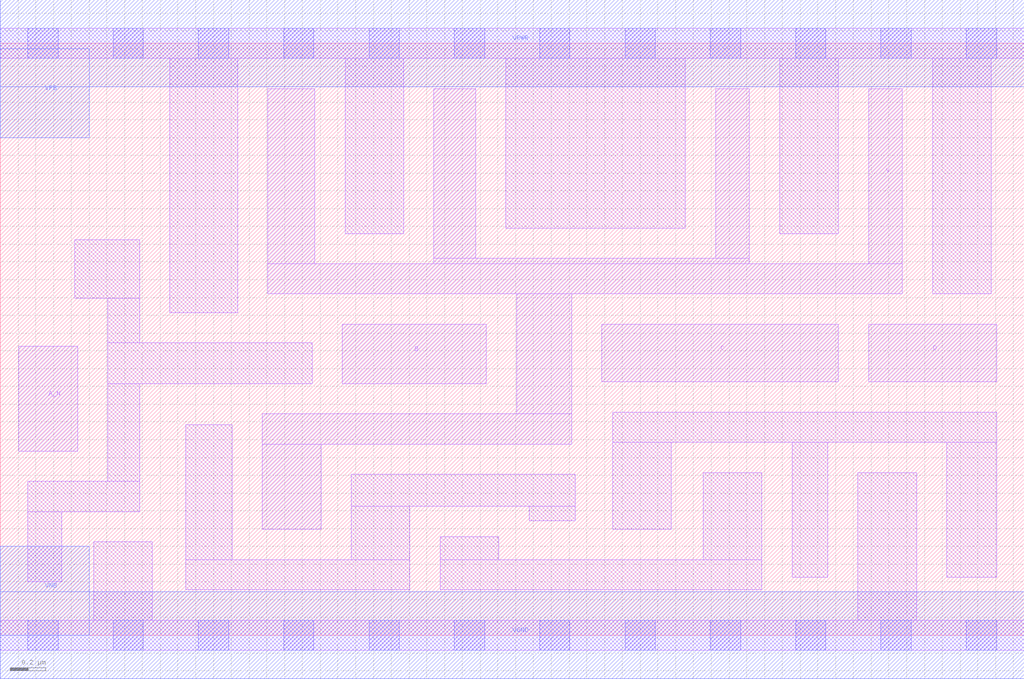
<source format=lef>
# Copyright 2020 The SkyWater PDK Authors
#
# Licensed under the Apache License, Version 2.0 (the "License");
# you may not use this file except in compliance with the License.
# You may obtain a copy of the License at
#
#     https://www.apache.org/licenses/LICENSE-2.0
#
# Unless required by applicable law or agreed to in writing, software
# distributed under the License is distributed on an "AS IS" BASIS,
# WITHOUT WARRANTIES OR CONDITIONS OF ANY KIND, either express or implied.
# See the License for the specific language governing permissions and
# limitations under the License.
#
# SPDX-License-Identifier: Apache-2.0

VERSION 5.5 ;
NAMESCASESENSITIVE ON ;
BUSBITCHARS "[]" ;
DIVIDERCHAR "/" ;
MACRO sky130_fd_sc_lp__nand4b_2
  CLASS CORE ;
  SOURCE USER ;
  ORIGIN  0.000000  0.000000 ;
  SIZE  5.760000 BY  3.330000 ;
  SYMMETRY X Y R90 ;
  SITE unit ;
  PIN A_N
    ANTENNAGATEAREA  0.126000 ;
    DIRECTION INPUT ;
    USE SIGNAL ;
    PORT
      LAYER li1 ;
        RECT 0.105000 1.035000 0.435000 1.625000 ;
    END
  END A_N
  PIN B
    ANTENNAGATEAREA  0.630000 ;
    DIRECTION INPUT ;
    USE SIGNAL ;
    PORT
      LAYER li1 ;
        RECT 1.925000 1.415000 2.735000 1.750000 ;
    END
  END B
  PIN C
    ANTENNAGATEAREA  0.630000 ;
    DIRECTION INPUT ;
    USE SIGNAL ;
    PORT
      LAYER li1 ;
        RECT 3.385000 1.425000 4.715000 1.750000 ;
    END
  END C
  PIN D
    ANTENNAGATEAREA  0.630000 ;
    DIRECTION INPUT ;
    USE SIGNAL ;
    PORT
      LAYER li1 ;
        RECT 4.885000 1.425000 5.605000 1.750000 ;
    END
  END D
  PIN Y
    ANTENNADIFFAREA  1.659000 ;
    DIRECTION OUTPUT ;
    USE SIGNAL ;
    PORT
      LAYER li1 ;
        RECT 1.475000 0.595000 1.805000 1.075000 ;
        RECT 1.475000 1.075000 3.215000 1.245000 ;
        RECT 1.505000 1.920000 5.075000 2.090000 ;
        RECT 1.505000 2.090000 1.770000 3.075000 ;
        RECT 2.440000 2.090000 4.215000 2.120000 ;
        RECT 2.440000 2.120000 2.675000 3.075000 ;
        RECT 2.905000 1.245000 3.215000 1.920000 ;
        RECT 4.025000 2.120000 4.215000 3.075000 ;
        RECT 4.885000 2.090000 5.075000 3.075000 ;
    END
  END Y
  PIN VGND
    DIRECTION INOUT ;
    USE GROUND ;
    PORT
      LAYER met1 ;
        RECT 0.000000 -0.245000 5.760000 0.245000 ;
    END
  END VGND
  PIN VNB
    DIRECTION INOUT ;
    USE GROUND ;
    PORT
      LAYER met1 ;
        RECT 0.000000 0.000000 0.500000 0.500000 ;
    END
  END VNB
  PIN VPB
    DIRECTION INOUT ;
    USE POWER ;
    PORT
      LAYER met1 ;
        RECT 0.000000 2.800000 0.500000 3.300000 ;
    END
  END VPB
  PIN VPWR
    DIRECTION INOUT ;
    USE POWER ;
    PORT
      LAYER met1 ;
        RECT 0.000000 3.085000 5.760000 3.575000 ;
    END
  END VPWR
  OBS
    LAYER li1 ;
      RECT 0.000000 -0.085000 5.760000 0.085000 ;
      RECT 0.000000  3.245000 5.760000 3.415000 ;
      RECT 0.155000  0.300000 0.345000 0.695000 ;
      RECT 0.155000  0.695000 0.785000 0.865000 ;
      RECT 0.420000  1.895000 0.785000 2.225000 ;
      RECT 0.525000  0.085000 0.855000 0.525000 ;
      RECT 0.605000  0.865000 0.785000 1.415000 ;
      RECT 0.605000  1.415000 1.755000 1.645000 ;
      RECT 0.605000  1.645000 0.785000 1.895000 ;
      RECT 0.955000  1.815000 1.335000 3.245000 ;
      RECT 1.045000  0.255000 2.305000 0.425000 ;
      RECT 1.045000  0.425000 1.305000 1.185000 ;
      RECT 1.940000  2.260000 2.270000 3.245000 ;
      RECT 1.975000  0.425000 2.305000 0.725000 ;
      RECT 1.975000  0.725000 3.235000 0.905000 ;
      RECT 2.475000  0.255000 4.285000 0.425000 ;
      RECT 2.475000  0.425000 2.805000 0.555000 ;
      RECT 2.845000  2.290000 3.855000 3.245000 ;
      RECT 2.975000  0.645000 3.235000 0.725000 ;
      RECT 3.445000  0.595000 3.775000 1.085000 ;
      RECT 3.445000  1.085000 5.605000 1.255000 ;
      RECT 3.955000  0.425000 4.285000 0.915000 ;
      RECT 4.385000  2.260000 4.715000 3.245000 ;
      RECT 4.455000  0.325000 4.655000 1.085000 ;
      RECT 4.825000  0.085000 5.155000 0.915000 ;
      RECT 5.245000  1.920000 5.575000 3.245000 ;
      RECT 5.325000  0.325000 5.605000 1.085000 ;
    LAYER mcon ;
      RECT 0.155000 -0.085000 0.325000 0.085000 ;
      RECT 0.155000  3.245000 0.325000 3.415000 ;
      RECT 0.635000 -0.085000 0.805000 0.085000 ;
      RECT 0.635000  3.245000 0.805000 3.415000 ;
      RECT 1.115000 -0.085000 1.285000 0.085000 ;
      RECT 1.115000  3.245000 1.285000 3.415000 ;
      RECT 1.595000 -0.085000 1.765000 0.085000 ;
      RECT 1.595000  3.245000 1.765000 3.415000 ;
      RECT 2.075000 -0.085000 2.245000 0.085000 ;
      RECT 2.075000  3.245000 2.245000 3.415000 ;
      RECT 2.555000 -0.085000 2.725000 0.085000 ;
      RECT 2.555000  3.245000 2.725000 3.415000 ;
      RECT 3.035000 -0.085000 3.205000 0.085000 ;
      RECT 3.035000  3.245000 3.205000 3.415000 ;
      RECT 3.515000 -0.085000 3.685000 0.085000 ;
      RECT 3.515000  3.245000 3.685000 3.415000 ;
      RECT 3.995000 -0.085000 4.165000 0.085000 ;
      RECT 3.995000  3.245000 4.165000 3.415000 ;
      RECT 4.475000 -0.085000 4.645000 0.085000 ;
      RECT 4.475000  3.245000 4.645000 3.415000 ;
      RECT 4.955000 -0.085000 5.125000 0.085000 ;
      RECT 4.955000  3.245000 5.125000 3.415000 ;
      RECT 5.435000 -0.085000 5.605000 0.085000 ;
      RECT 5.435000  3.245000 5.605000 3.415000 ;
  END
END sky130_fd_sc_lp__nand4b_2
END LIBRARY

</source>
